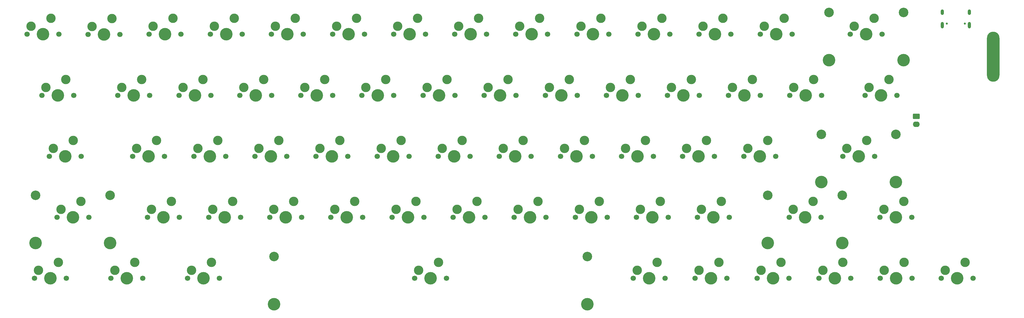
<source format=gts>
%TF.GenerationSoftware,KiCad,Pcbnew,7.0.7*%
%TF.CreationDate,2023-12-10T00:54:24-06:00*%
%TF.ProjectId,Keyboard,4b657962-6f61-4726-942e-6b696361645f,rev?*%
%TF.SameCoordinates,Original*%
%TF.FileFunction,Soldermask,Top*%
%TF.FilePolarity,Negative*%
%FSLAX46Y46*%
G04 Gerber Fmt 4.6, Leading zero omitted, Abs format (unit mm)*
G04 Created by KiCad (PCBNEW 7.0.7) date 2023-12-10 00:54:24*
%MOMM*%
%LPD*%
G01*
G04 APERTURE LIST*
G04 Aperture macros list*
%AMRoundRect*
0 Rectangle with rounded corners*
0 $1 Rounding radius*
0 $2 $3 $4 $5 $6 $7 $8 $9 X,Y pos of 4 corners*
0 Add a 4 corners polygon primitive as box body*
4,1,4,$2,$3,$4,$5,$6,$7,$8,$9,$2,$3,0*
0 Add four circle primitives for the rounded corners*
1,1,$1+$1,$2,$3*
1,1,$1+$1,$4,$5*
1,1,$1+$1,$6,$7*
1,1,$1+$1,$8,$9*
0 Add four rect primitives between the rounded corners*
20,1,$1+$1,$2,$3,$4,$5,0*
20,1,$1+$1,$4,$5,$6,$7,0*
20,1,$1+$1,$6,$7,$8,$9,0*
20,1,$1+$1,$8,$9,$2,$3,0*%
G04 Aperture macros list end*
%ADD10C,1.700000*%
%ADD11C,3.000000*%
%ADD12C,4.000000*%
%ADD13C,3.050000*%
%ADD14O,4.000000X16.000000*%
%ADD15RoundRect,0.250000X-0.845000X0.620000X-0.845000X-0.620000X0.845000X-0.620000X0.845000X0.620000X0*%
%ADD16O,2.190000X1.740000*%
%ADD17C,0.650000*%
%ADD18O,1.000000X1.800000*%
%ADD19O,1.000000X2.100000*%
G04 APERTURE END LIST*
D10*
X56752500Y-128900000D03*
D11*
X58022500Y-126360000D03*
D12*
X61832500Y-128900000D03*
D11*
X64372500Y-123820000D03*
D10*
X66912500Y-128900000D03*
X263602500Y-148400000D03*
D11*
X264872500Y-145860000D03*
D12*
X268682500Y-148400000D03*
D11*
X271222500Y-143320000D03*
D10*
X273762500Y-148400000D03*
X156502500Y-109400000D03*
D11*
X157772500Y-106860000D03*
D12*
X161582500Y-109400000D03*
D11*
X164122500Y-104320000D03*
D10*
X166662500Y-109400000D03*
X278365000Y-128900000D03*
D11*
X279635000Y-126360000D03*
D12*
X283445000Y-128900000D03*
D11*
X285985000Y-123820000D03*
D10*
X288525000Y-128900000D03*
X100852500Y-167900000D03*
D11*
X102122500Y-165360000D03*
D12*
X105932500Y-167900000D03*
D11*
X108472500Y-162820000D03*
D10*
X111012500Y-167900000D03*
X273502500Y-109400000D03*
D11*
X274772500Y-106860000D03*
D12*
X278582500Y-109400000D03*
D11*
X281122500Y-104320000D03*
D10*
X283662500Y-109400000D03*
X262840000Y-167900000D03*
D11*
X264110000Y-165360000D03*
D12*
X267920000Y-167900000D03*
D11*
X270460000Y-162820000D03*
D10*
X273000000Y-167900000D03*
X234515000Y-109400000D03*
D11*
X235785000Y-106860000D03*
D12*
X239595000Y-109400000D03*
D11*
X242135000Y-104320000D03*
D10*
X244675000Y-109400000D03*
X258840000Y-128900000D03*
D11*
X260110000Y-126360000D03*
D12*
X263920000Y-128900000D03*
D11*
X266460000Y-123820000D03*
D10*
X269000000Y-128900000D03*
X317092500Y-109400000D03*
D11*
X318362500Y-106860000D03*
D12*
X322172500Y-109400000D03*
D11*
X324712500Y-104320000D03*
D10*
X327252500Y-109400000D03*
X302340000Y-167900000D03*
D11*
X303610000Y-165360000D03*
D12*
X307420000Y-167900000D03*
D11*
X309960000Y-162820000D03*
D10*
X312500000Y-167900000D03*
X321852500Y-148400000D03*
D11*
X323122500Y-145860000D03*
D12*
X326932500Y-148400000D03*
D11*
X329472500Y-143320000D03*
D10*
X332012500Y-148400000D03*
X200352500Y-128900000D03*
D11*
X201622500Y-126360000D03*
D12*
X205432500Y-128900000D03*
D11*
X207972500Y-123820000D03*
D10*
X210512500Y-128900000D03*
X52002500Y-167900000D03*
D11*
X53272500Y-165360000D03*
D12*
X57082500Y-167900000D03*
D11*
X59622500Y-162820000D03*
D10*
X62162500Y-167900000D03*
X321865000Y-167900000D03*
D11*
X323135000Y-165360000D03*
D12*
X326945000Y-167900000D03*
D11*
X329485000Y-162820000D03*
D10*
X332025000Y-167900000D03*
X239365000Y-128900000D03*
D11*
X240635000Y-126360000D03*
D12*
X244445000Y-128900000D03*
D11*
X246985000Y-123820000D03*
D10*
X249525000Y-128900000D03*
X166615000Y-89900000D03*
D11*
X167885000Y-87360000D03*
D12*
X171695000Y-89900000D03*
D11*
X174235000Y-84820000D03*
D10*
X176775000Y-89900000D03*
X264090000Y-89900000D03*
D11*
X265360000Y-87360000D03*
D12*
X269170000Y-89900000D03*
D11*
X271710000Y-84820000D03*
D10*
X274250000Y-89900000D03*
X107615000Y-148400000D03*
D11*
X108885000Y-145860000D03*
D12*
X112695000Y-148400000D03*
D11*
X115235000Y-143320000D03*
D10*
X117775000Y-148400000D03*
X185590000Y-148400000D03*
D11*
X186860000Y-145860000D03*
D12*
X190670000Y-148400000D03*
D11*
X193210000Y-143320000D03*
D10*
X195750000Y-148400000D03*
X102865000Y-128900000D03*
D11*
X104135000Y-126360000D03*
D12*
X107945000Y-128900000D03*
D11*
X110485000Y-123820000D03*
D10*
X113025000Y-128900000D03*
D13*
X128432500Y-160900000D03*
D12*
X128432500Y-176140000D03*
D10*
X173352500Y-167900000D03*
D11*
X174622500Y-165360000D03*
D12*
X178432500Y-167900000D03*
D11*
X180972500Y-162820000D03*
D10*
X183512500Y-167900000D03*
D13*
X228432500Y-160900000D03*
D12*
X228432500Y-176140000D03*
D10*
X117527500Y-109400000D03*
D11*
X118797500Y-106860000D03*
D12*
X122607500Y-109400000D03*
D11*
X125147500Y-104320000D03*
D10*
X127687500Y-109400000D03*
D13*
X286032500Y-141400000D03*
D12*
X286032500Y-156640000D03*
D10*
X292852500Y-148400000D03*
D11*
X294122500Y-145860000D03*
D12*
X297932500Y-148400000D03*
D11*
X300472500Y-143320000D03*
D10*
X303012500Y-148400000D03*
D13*
X309832500Y-141400000D03*
D12*
X309832500Y-156640000D03*
D10*
X254002500Y-109400000D03*
D11*
X255272500Y-106860000D03*
D12*
X259082500Y-109400000D03*
D11*
X261622500Y-104320000D03*
D10*
X264162500Y-109400000D03*
X88090000Y-148400000D03*
D11*
X89360000Y-145860000D03*
D12*
X93170000Y-148400000D03*
D11*
X95710000Y-143320000D03*
D10*
X98250000Y-148400000D03*
X176002500Y-109400000D03*
D11*
X177272500Y-106860000D03*
D12*
X181082500Y-109400000D03*
D11*
X183622500Y-104320000D03*
D10*
X186162500Y-109400000D03*
X205090000Y-148400000D03*
D11*
X206360000Y-145860000D03*
D12*
X210170000Y-148400000D03*
D11*
X212710000Y-143320000D03*
D10*
X215250000Y-148400000D03*
X195502500Y-109400000D03*
D11*
X196772500Y-106860000D03*
D12*
X200582500Y-109400000D03*
D11*
X203122500Y-104320000D03*
D10*
X205662500Y-109400000D03*
X219852500Y-128900000D03*
D11*
X221122500Y-126360000D03*
D12*
X224932500Y-128900000D03*
D11*
X227472500Y-123820000D03*
D10*
X230012500Y-128900000D03*
X127115000Y-148400000D03*
D11*
X128385000Y-145860000D03*
D12*
X132195000Y-148400000D03*
D11*
X134735000Y-143320000D03*
D10*
X137275000Y-148400000D03*
X78602500Y-109400000D03*
D11*
X79872500Y-106860000D03*
D12*
X83682500Y-109400000D03*
D11*
X86222500Y-104320000D03*
D10*
X88762500Y-109400000D03*
X141840000Y-128900000D03*
D11*
X143110000Y-126360000D03*
D12*
X146920000Y-128900000D03*
D11*
X149460000Y-123820000D03*
D10*
X152000000Y-128900000D03*
X76352500Y-167900000D03*
D11*
X77622500Y-165360000D03*
D12*
X81432500Y-167900000D03*
D11*
X83972500Y-162820000D03*
D10*
X86512500Y-167900000D03*
X205615000Y-89900000D03*
D11*
X206885000Y-87360000D03*
D12*
X210695000Y-89900000D03*
D11*
X213235000Y-84820000D03*
D10*
X215775000Y-89900000D03*
X49612500Y-89880000D03*
D11*
X50882500Y-87340000D03*
D12*
X54692500Y-89880000D03*
D11*
X57232500Y-84800000D03*
D10*
X59772500Y-89880000D03*
D14*
X358000000Y-97050000D03*
D10*
X83340000Y-128900000D03*
D11*
X84610000Y-126360000D03*
D12*
X88420000Y-128900000D03*
D11*
X90960000Y-123820000D03*
D10*
X93500000Y-128900000D03*
X161352500Y-128900000D03*
D11*
X162622500Y-126360000D03*
D12*
X166432500Y-128900000D03*
D11*
X168972500Y-123820000D03*
D10*
X171512500Y-128900000D03*
X244102500Y-148400000D03*
D11*
X245372500Y-145860000D03*
D12*
X249182500Y-148400000D03*
D11*
X251722500Y-143320000D03*
D10*
X254262500Y-148400000D03*
X282615000Y-167900000D03*
D11*
X283885000Y-165360000D03*
D12*
X287695000Y-167900000D03*
D11*
X290235000Y-162820000D03*
D10*
X292775000Y-167900000D03*
X224602500Y-148400000D03*
D11*
X225872500Y-145860000D03*
D12*
X229682500Y-148400000D03*
D11*
X232222500Y-143320000D03*
D10*
X234762500Y-148400000D03*
D13*
X303132500Y-121900000D03*
D12*
X303132500Y-137140000D03*
D10*
X309952500Y-128900000D03*
D11*
X311222500Y-126360000D03*
D12*
X315032500Y-128900000D03*
D11*
X317572500Y-123820000D03*
D10*
X320112500Y-128900000D03*
D13*
X326932500Y-121900000D03*
D12*
X326932500Y-137140000D03*
D10*
X137015000Y-109400000D03*
D11*
X138285000Y-106860000D03*
D12*
X142095000Y-109400000D03*
D11*
X144635000Y-104320000D03*
D10*
X147175000Y-109400000D03*
X225090000Y-89900000D03*
D11*
X226360000Y-87360000D03*
D12*
X230170000Y-89900000D03*
D11*
X232710000Y-84820000D03*
D10*
X235250000Y-89900000D03*
X293015000Y-109400000D03*
D11*
X294285000Y-106860000D03*
D12*
X298095000Y-109400000D03*
D11*
X300635000Y-104320000D03*
D10*
X303175000Y-109400000D03*
D13*
X305532500Y-82900000D03*
D12*
X305532500Y-98140000D03*
D10*
X312352500Y-89900000D03*
D11*
X313622500Y-87360000D03*
D12*
X317432500Y-89900000D03*
D11*
X319972500Y-84820000D03*
D10*
X322512500Y-89900000D03*
D13*
X329332500Y-82900000D03*
D12*
X329332500Y-98140000D03*
D10*
X88602500Y-89900000D03*
D11*
X89872500Y-87360000D03*
D12*
X93682500Y-89900000D03*
D11*
X96222500Y-84820000D03*
D10*
X98762500Y-89900000D03*
X341365000Y-167900000D03*
D11*
X342635000Y-165360000D03*
D12*
X346445000Y-167900000D03*
D11*
X348985000Y-162820000D03*
D10*
X351525000Y-167900000D03*
X283615000Y-89900000D03*
D11*
X284885000Y-87360000D03*
D12*
X288695000Y-89900000D03*
D11*
X291235000Y-84820000D03*
D10*
X293775000Y-89900000D03*
X186090000Y-89900000D03*
D11*
X187360000Y-87360000D03*
D12*
X191170000Y-89900000D03*
D11*
X193710000Y-84820000D03*
D10*
X196250000Y-89900000D03*
D13*
X52332500Y-141400000D03*
D12*
X52332500Y-156640000D03*
D10*
X59152500Y-148400000D03*
D11*
X60422500Y-145860000D03*
D12*
X64232500Y-148400000D03*
D11*
X66772500Y-143320000D03*
D10*
X69312500Y-148400000D03*
D13*
X76132500Y-141400000D03*
D12*
X76132500Y-156640000D03*
D10*
X243115000Y-167900000D03*
D11*
X244385000Y-165360000D03*
D12*
X248195000Y-167900000D03*
D11*
X250735000Y-162820000D03*
D10*
X253275000Y-167900000D03*
X122365000Y-128900000D03*
D11*
X123635000Y-126360000D03*
D12*
X127445000Y-128900000D03*
D11*
X129985000Y-123820000D03*
D10*
X132525000Y-128900000D03*
X146590000Y-148400000D03*
D11*
X147860000Y-145860000D03*
D12*
X151670000Y-148400000D03*
D11*
X154210000Y-143320000D03*
D10*
X156750000Y-148400000D03*
X180852500Y-128900000D03*
D11*
X182122500Y-126360000D03*
D12*
X185932500Y-128900000D03*
D11*
X188472500Y-123820000D03*
D10*
X191012500Y-128900000D03*
X98102500Y-109400000D03*
D11*
X99372500Y-106860000D03*
D12*
X103182500Y-109400000D03*
D11*
X105722500Y-104320000D03*
D10*
X108262500Y-109400000D03*
X127590000Y-89900000D03*
D11*
X128860000Y-87360000D03*
D12*
X132670000Y-89900000D03*
D11*
X135210000Y-84820000D03*
D10*
X137750000Y-89900000D03*
X166090000Y-148400000D03*
D11*
X167360000Y-145860000D03*
D12*
X171170000Y-148400000D03*
D11*
X173710000Y-143320000D03*
D10*
X176250000Y-148400000D03*
X215027500Y-109400000D03*
D11*
X216297500Y-106860000D03*
D12*
X220107500Y-109400000D03*
D11*
X222647500Y-104320000D03*
D10*
X225187500Y-109400000D03*
X244590000Y-89900000D03*
D11*
X245860000Y-87360000D03*
D12*
X249670000Y-89900000D03*
D11*
X252210000Y-84820000D03*
D10*
X254750000Y-89900000D03*
X69115000Y-89925000D03*
D11*
X70385000Y-87385000D03*
D12*
X74195000Y-89925000D03*
D11*
X76735000Y-84845000D03*
D10*
X79275000Y-89925000D03*
X108102500Y-89900000D03*
D11*
X109372500Y-87360000D03*
D12*
X113182500Y-89900000D03*
D11*
X115722500Y-84820000D03*
D10*
X118262500Y-89900000D03*
X147115000Y-89900000D03*
D11*
X148385000Y-87360000D03*
D12*
X152195000Y-89900000D03*
D11*
X154735000Y-84820000D03*
D10*
X157275000Y-89900000D03*
X54352500Y-109400000D03*
D11*
X55622500Y-106860000D03*
D12*
X59432500Y-109400000D03*
D11*
X61972500Y-104320000D03*
D10*
X64512500Y-109400000D03*
D15*
X333452500Y-116130000D03*
D16*
X333452500Y-118670000D03*
D17*
X343167500Y-86505000D03*
X348947500Y-86505000D03*
D18*
X341737500Y-82825000D03*
D19*
X341737500Y-87025000D03*
D18*
X350377500Y-82825000D03*
D19*
X350377500Y-87025000D03*
M02*

</source>
